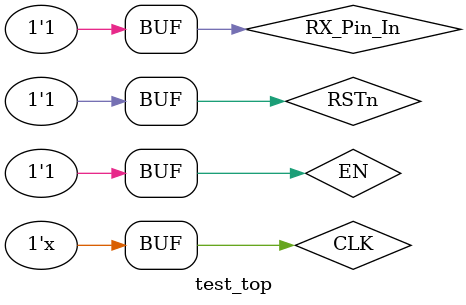
<source format=v>
`timescale 1ns / 1ps


module test_top(
    );
    reg CLK;
    reg RSTn, EN;
    reg RX_Pin_In;
    wire [7:0] DAC_Data;
    wire clk_DAC; 
    
    initial 
      begin
        CLK = 0;RSTn = 0;EN = 0;RX_Pin_In = 1;
        #20000 RSTn = 1;EN = 1;//1 a
        #520830 RX_Pin_In = 0;
        #52083 RX_Pin_In = 1;
        #52083 RX_Pin_In = 0;
        #52083 RX_Pin_In = 0;
        #52083 RX_Pin_In = 0;
        #52083 RX_Pin_In = 1;
        #52083 RX_Pin_In = 1;
        #52083 RX_Pin_In = 0;
        #52083 RX_Pin_In = 0;
        #52083 RX_Pin_In = 1;
        #2000000;
        #520830 RX_Pin_In = 0;//2 b
        #52083 RX_Pin_In = 0;
        #52083 RX_Pin_In = 1;
        #52083 RX_Pin_In = 0;
        #52083 RX_Pin_In = 0;
        #52083 RX_Pin_In = 1;
        #52083 RX_Pin_In = 1;
        #52083 RX_Pin_In = 0;
        #52083 RX_Pin_In = 0;
        #52083 RX_Pin_In = 1;
        #2000000;
        #520830 RX_Pin_In = 0;//3 c
        #52083 RX_Pin_In = 1;
        #52083 RX_Pin_In = 1;
        #52083 RX_Pin_In = 0;
        #52083 RX_Pin_In = 0;
        #52083 RX_Pin_In = 1;
        #52083 RX_Pin_In = 1;
        #52083 RX_Pin_In = 0;
        #52083 RX_Pin_In = 0;
        #52083 RX_Pin_In = 1;
        #2000000;
        #520830 RX_Pin_In = 0;//4
        #52083 RX_Pin_In = 0;
        #52083 RX_Pin_In = 0;
        #52083 RX_Pin_In = 1;
        #52083 RX_Pin_In = 0;
        #52083 RX_Pin_In = 1;
        #52083 RX_Pin_In = 1;
        #52083 RX_Pin_In = 0;
        #52083 RX_Pin_In = 0;
        #52083 RX_Pin_In = 1;
      end
            
    uart u0( .CLK(CLK), .RSTn(RSTn), .EN(EN), .RX_Pin_In(RX_Pin_In), .DAC_Data(DAC_Data), .clk_DAC(clk_DAC));
    always #5 CLK = ~CLK;//100MHz
endmodule

</source>
